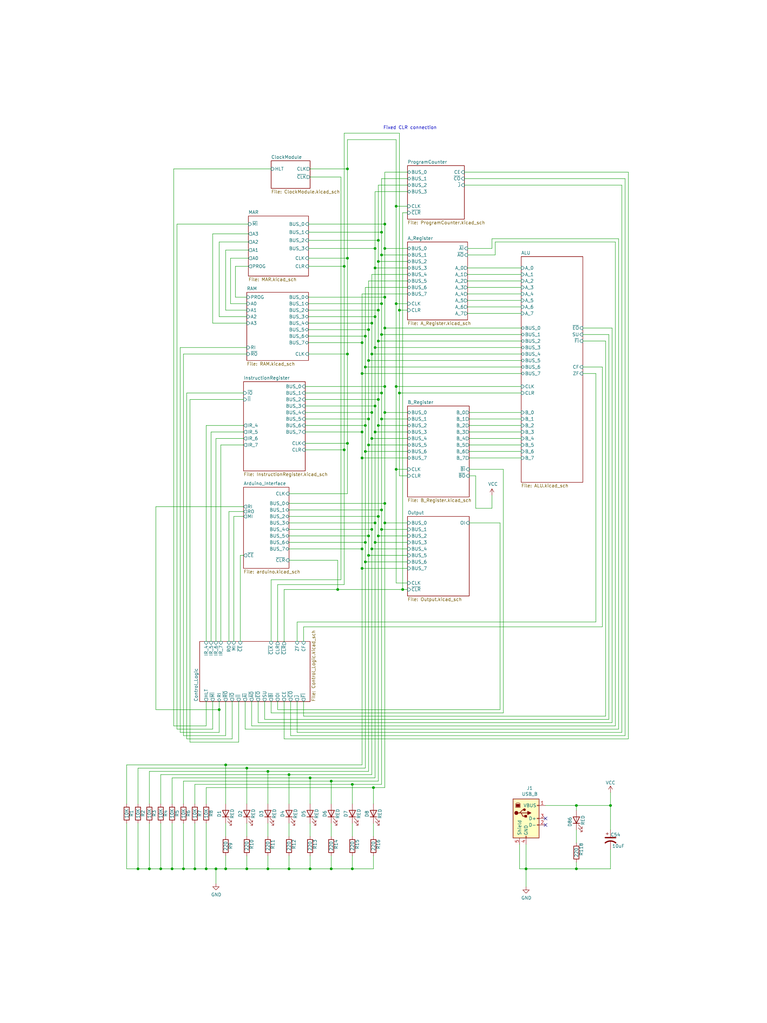
<source format=kicad_sch>
(kicad_sch (version 20230121) (generator eeschema)
  (paper "User" 299.999 399.999)
  (lib_symbols
    (symbol "8 Bit Computer-rescue:CP1-Device" (pin_numbers hide) (pin_names (offset 0.254) hide)
      (property "Reference" "C" (at 0.635 2.54 0))
      (property "Value" "Device_CP1" (at 0.635 -2.54 0))
      (symbol "CP1-Device_0_1"
        (polyline (pts (xy -2.032 0.762) (xy 2.032 0.762)) (stroke (width 0.508)))
        (polyline (pts (xy -1.778 2.286) (xy -0.762 2.286)))
        (polyline (pts (xy -1.27 1.778) (xy -1.27 2.794)))
        (arc (start 2.032 -1.27) (mid 0 -0.5572) (end -2.032 -1.27) (stroke (width 0.508)))
      )
      (symbol "CP1-Device_1_1"
        (pin passive line (at 0 3.81 270) (length 2.794) (name "~") (number "1"))
        (pin passive line (at 0 -3.81 90) (length 3.302) (name "~") (number "2"))
      )
    )
    (symbol "Connector:USB_B" (pin_names (offset 1.016))
      (property "Reference" "J" (at -5.08 11.43 0))
      (property "Value" "USB_B" (at -5.08 8.89 0))
      (symbol "USB_B_0_1"
        (rectangle (start -5.08 -7.62) (end 5.08 7.62) (stroke (width 0.254)) (fill (type background)))
        (circle (center -3.81 2.159) (radius 0.635) (stroke (width 0.254)) (fill (type outline)))
        (rectangle (start -3.81 5.588) (end -2.54 4.572) (fill (type outline)))
        (circle (center -0.635 3.429) (radius 0.381) (stroke (width 0.254)) (fill (type outline)))
        (rectangle (start -0.127 -7.62) (end 0.127 -6.858))
        (polyline (pts (xy -1.905 2.159) (xy 0.635 2.159)) (stroke (width 0.254)))
        (polyline (pts (xy -3.175 2.159) (xy -2.54 2.159) (xy -1.27 3.429) (xy -0.635 3.429)) (stroke (width 0.254)))
        (polyline (pts (xy -2.54 2.159) (xy -1.905 2.159) (xy -1.27 0.889) (xy 0 0.889)) (stroke (width 0.254)))
        (polyline (pts (xy 0.635 2.794) (xy 0.635 1.524) (xy 1.905 2.159) (xy 0.635 2.794)) (stroke (width 0.254)) (fill (type outline)))
        (polyline (pts (xy -4.064 4.318) (xy -2.286 4.318) (xy -2.286 5.715) (xy -2.667 6.096) (xy -3.683 6.096) (xy -4.064 5.715) (xy -4.064 4.318)))
        (rectangle (start 0.254 1.27) (end -0.508 0.508) (stroke (width 0.254)) (fill (type outline)))
        (rectangle (start 5.08 -2.667) (end 4.318 -2.413))
        (rectangle (start 5.08 -0.127) (end 4.318 0.127))
        (rectangle (start 5.08 4.953) (end 4.318 5.207))
      )
      (symbol "USB_B_1_1"
        (pin power_out line (at 7.62 5.08 180) (length 2.54) (name "VBUS") (number "1"))
        (pin bidirectional line (at 7.62 -2.54 180) (length 2.54) (name "D-") (number "2"))
        (pin bidirectional line (at 7.62 0 180) (length 2.54) (name "D+") (number "3"))
        (pin power_out line (at 0 -10.16 90) (length 2.54) (name "GND") (number "4"))
        (pin passive line (at -2.54 -10.16 90) (length 2.54) (name "Shield") (number "5"))
      )
    )
    (symbol "Device:LED" (pin_numbers hide) (pin_names (offset 1.016) hide)
      (property "Reference" "D" (at 0 2.54 0))
      (property "Value" "LED" (at 0 -2.54 0))
      (symbol "LED_0_1"
        (polyline (pts (xy -1.27 -1.27) (xy -1.27 1.27)) (stroke (width 0.254)))
        (polyline (pts (xy -1.27 0) (xy 1.27 0)))
        (polyline (pts (xy 1.27 -1.27) (xy 1.27 1.27) (xy -1.27 0) (xy 1.27 -1.27)) (stroke (width 0.254)))
        (polyline (pts (xy -3.048 -0.762) (xy -4.572 -2.286) (xy -3.81 -2.286) (xy -4.572 -2.286) (xy -4.572 -1.524)))
        (polyline (pts (xy -1.778 -0.762) (xy -3.302 -2.286) (xy -2.54 -2.286) (xy -3.302 -2.286) (xy -3.302 -1.524)))
      )
      (symbol "LED_1_1"
        (pin passive line (at -3.81 0 0) (length 2.54) (name "K") (number "1"))
        (pin passive line (at 3.81 0 180) (length 2.54) (name "A") (number "2"))
      )
    )
    (symbol "Device:R" (pin_numbers hide) (pin_names (offset 0))
      (property "Reference" "R" (at 2.032 0 90))
      (property "Value" "R" (at 0 0 90))
      (symbol "R_0_1"
        (rectangle (start -1.016 -2.54) (end 1.016 2.54) (stroke (width 0.254)))
      )
      (symbol "R_1_1"
        (pin passive line (at 0 3.81 270) (length 1.27) (name "~") (number "1"))
        (pin passive line (at 0 -3.81 90) (length 1.27) (name "~") (number "2"))
      )
    )
    (symbol "power:GND" (power) (pin_names (offset 0))
      (property "Value" "GND" (at 0 -3.81 0))
      (symbol "GND_0_1"
        (polyline (pts (xy 0 0) (xy 0 -1.27) (xy 1.27 -1.27) (xy 0 -2.54) (xy -1.27 -1.27) (xy 0 -1.27)))
      )
      (symbol "GND_1_1"
        (pin power_in line (at 0 0 270) (length 0) hide (name "GND") (number "1"))
      )
    )
    (symbol "power:VCC" (power) (pin_names (offset 0))
      (property "Value" "VCC" (at 0 3.81 0))
      (symbol "VCC_0_1"
        (polyline (pts (xy -0.762 1.27) (xy 0 2.54)))
        (polyline (pts (xy 0 0) (xy 0 2.54)))
        (polyline (pts (xy 0 2.54) (xy 0.762 1.27)))
      )
      (symbol "VCC_1_1"
        (pin power_in line (at 0 0 90) (length 0) hide (name "VCC") (number "1"))
      )
    )
  )
  (junction (at 149.225 199.39))
  (junction (at 134.62 175.895))
  (junction (at 150.495 151.13))
  (junction (at 142.875 176.53))
  (junction (at 146.685 168.91))
  (junction (at 150.495 128.27))
  (junction (at 150.495 97.155))
  (junction (at 147.955 93.98))
  (junction (at 85.725 277.495))
  (junction (at 156.21 153.67))
  (junction (at 149.225 153.67))
  (junction (at 144.145 140.97))
  (junction (at 129.54 339.725))
  (junction (at 104.775 339.725))
  (junction (at 149.225 130.81))
  (junction (at 137.795 306.705))
  (junction (at 145.415 138.43))
  (junction (at 142.875 131.445))
  (junction (at 146.685 204.47))
  (junction (at 80.645 339.725))
  (junction (at 149.225 118.745))
  (junction (at 141.605 214.63))
  (junction (at 134.62 104.14))
  (junction (at 157.48 230.505))
  (junction (at 154.94 151.13))
  (junction (at 142.875 219.71))
  (junction (at 146.685 212.09))
  (junction (at 76.2 339.725))
  (junction (at 84.455 339.725))
  (junction (at 135.89 138.43))
  (junction (at 225.425 339.725))
  (junction (at 149.225 90.805))
  (junction (at 141.605 222.25))
  (junction (at 88.265 339.725))
  (junction (at 58.42 339.725))
  (junction (at 144.145 217.17))
  (junction (at 132.08 230.505))
  (junction (at 113.03 339.725))
  (junction (at 88.265 299.085))
  (junction (at 142.875 166.37))
  (junction (at 141.605 133.985))
  (junction (at 71.755 339.725))
  (junction (at 146.685 135.89))
  (junction (at 150.495 196.85))
  (junction (at 146.685 97.155))
  (junction (at 147.955 166.37))
  (junction (at 150.495 116.205))
  (junction (at 150.495 87.63))
  (junction (at 147.955 133.35))
  (junction (at 104.775 301.625))
  (junction (at 205.74 339.725))
  (junction (at 147.955 156.21))
  (junction (at 146.685 123.825))
  (junction (at 121.285 304.165))
  (junction (at 146.685 104.775))
  (junction (at 129.54 305.435))
  (junction (at 238.76 314.96))
  (junction (at 149.225 99.695))
  (junction (at 147.955 102.235))
  (junction (at 141.605 146.05))
  (junction (at 96.52 339.725))
  (junction (at 113.03 302.895))
  (junction (at 141.605 168.91))
  (junction (at 144.145 209.55))
  (junction (at 146.05 307.975))
  (junction (at 135.89 173.355))
  (junction (at 149.225 207.01))
  (junction (at 147.955 209.55))
  (junction (at 146.685 158.75))
  (junction (at 53.975 339.725))
  (junction (at 150.495 204.47))
  (junction (at 154.94 183.515))
  (junction (at 144.145 173.99))
  (junction (at 145.415 207.01))
  (junction (at 154.94 80.645))
  (junction (at 62.865 339.725))
  (junction (at 154.94 118.745))
  (junction (at 135.89 66.04))
  (junction (at 142.875 143.51))
  (junction (at 135.89 100.965))
  (junction (at 225.425 314.96))
  (junction (at 67.31 339.725))
  (junction (at 150.495 161.29))
  (junction (at 96.52 300.355))
  (junction (at 145.415 171.45))
  (junction (at 145.415 214.63))
  (junction (at 156.21 121.285))
  (junction (at 121.285 339.725))
  (junction (at 142.875 212.09))
  (junction (at 145.415 161.29))
  (junction (at 145.415 126.365))
  (junction (at 141.605 179.07))
  (junction (at 137.795 339.725))
  (junction (at 149.225 163.83))
  (junction (at 144.145 128.905))
  (junction (at 147.955 121.285))
  (junction (at 147.955 201.93))
  (junction (at 144.145 163.83))
  (no_connect (at 213.36 320.04))
  (no_connect (at 213.36 322.58))
  (wire (pts (xy 159.385 83.185) (xy 157.48 83.185)))
  (wire (pts (xy 144.145 301.625) (xy 104.775 301.625)))
  (wire (pts (xy 93.345 290.195) (xy 93.345 274.32)))
  (wire (pts (xy 144.145 109.855) (xy 144.145 128.905)))
  (wire (pts (xy 154.94 183.515) (xy 159.385 183.515)))
  (wire (pts (xy 133.35 69.215) (xy 133.35 226.695)))
  (wire (pts (xy 74.295 156.21) (xy 74.295 290.195)))
  (wire (pts (xy 181.61 72.39) (xy 243.205 72.39)))
  (wire (pts (xy 150.495 97.155) (xy 159.385 97.155)))
  (wire (pts (xy 144.145 128.905) (xy 144.145 140.97)))
  (wire (pts (xy 225.425 337.185) (xy 225.425 339.725)))
  (wire (pts (xy 132.08 230.505) (xy 111.125 230.505)))
  (wire (pts (xy 203.835 161.29) (xy 183.515 161.29)))
  (wire (pts (xy 86.36 173.99) (xy 95.25 173.99)))
  (wire (pts (xy 150.495 116.205) (xy 150.495 128.27)))
  (wire (pts (xy 183.515 163.83) (xy 203.835 163.83)))
  (wire (pts (xy 104.775 301.625) (xy 58.42 301.625)))
  (wire (pts (xy 147.955 121.285) (xy 147.955 133.35)))
  (wire (pts (xy 80.645 283.845) (xy 67.945 283.845)))
  (wire (pts (xy 71.755 339.725) (xy 67.31 339.725)))
  (wire (pts (xy 183.515 183.515) (xy 196.85 183.515)))
  (wire (pts (xy 142.875 112.395) (xy 142.875 131.445)))
  (wire (pts (xy 120.65 128.905) (xy 144.145 128.905)))
  (wire (pts (xy 147.955 121.285) (xy 147.955 102.235)))
  (wire (pts (xy 108.585 250.825) (xy 108.585 228.6)))
  (wire (pts (xy 146.685 135.89) (xy 146.685 158.75)))
  (wire (pts (xy 76.2 339.725) (xy 71.755 339.725)))
  (wire (pts (xy 116.205 243.205) (xy 116.205 250.825)))
  (wire (pts (xy 129.54 305.435) (xy 129.54 314.325)))
  (wire (pts (xy 154.94 227.965) (xy 154.94 183.515)))
  (wire (pts (xy 142.875 166.37) (xy 142.875 176.53)))
  (wire (pts (xy 149.225 90.805) (xy 149.225 99.695)))
  (wire (pts (xy 120.65 90.805) (xy 149.225 90.805)))
  (wire (pts (xy 238.76 314.96) (xy 238.76 324.485)))
  (wire (pts (xy 141.605 146.05) (xy 141.605 168.91)))
  (wire (pts (xy 93.98 217.17) (xy 93.98 250.825)))
  (wire (pts (xy 120.65 131.445) (xy 142.875 131.445)))
  (wire (pts (xy 120.65 126.365) (xy 145.415 126.365)))
  (wire (pts (xy 58.42 301.625) (xy 58.42 314.325)))
  (wire (pts (xy 132.08 219.075) (xy 132.08 230.505)))
  (wire (pts (xy 96.52 334.645) (xy 96.52 339.725)))
  (wire (pts (xy 203.835 133.35) (xy 147.955 133.35)))
  (wire (pts (xy 120.65 87.63) (xy 150.495 87.63)))
  (wire (pts (xy 245.745 288.925) (xy 111.125 288.925)))
  (wire (pts (xy 85.725 94.615) (xy 97.155 94.615)))
  (wire (pts (xy 146.05 339.725) (xy 146.05 334.645)))
  (wire (pts (xy 113.03 214.63) (xy 141.605 214.63)))
  (wire (pts (xy 113.03 196.85) (xy 150.495 196.85)))
  (wire (pts (xy 245.745 67.31) (xy 245.745 288.925)))
  (wire (pts (xy 243.205 72.39) (xy 243.205 286.385)))
  (wire (pts (xy 159.385 109.855) (xy 144.145 109.855)))
  (wire (pts (xy 88.265 339.725) (xy 84.455 339.725)))
  (wire (pts (xy 196.85 278.765) (xy 106.045 278.765)))
  (wire (pts (xy 113.03 207.01) (xy 145.415 207.01)))
  (wire (pts (xy 149.225 199.39) (xy 149.225 207.01)))
  (wire (pts (xy 135.89 100.965) (xy 135.89 138.43)))
  (wire (pts (xy 241.935 285.115) (xy 95.885 285.115)))
  (wire (pts (xy 156.21 121.285) (xy 159.385 121.285)))
  (wire (pts (xy 159.385 74.93) (xy 146.685 74.93)))
  (wire (pts (xy 145.415 107.315) (xy 159.385 107.315)))
  (wire (pts (xy 203.835 173.99) (xy 183.515 173.99)))
  (wire (pts (xy 241.935 93.345) (xy 241.935 285.115)))
  (wire (pts (xy 186.055 198.755) (xy 192.405 198.755)))
  (wire (pts (xy 159.385 217.17) (xy 144.145 217.17)))
  (wire (pts (xy 120.65 93.98) (xy 147.955 93.98)))
  (wire (pts (xy 113.03 314.325) (xy 113.03 302.895)))
  (wire (pts (xy 156.21 52.07) (xy 156.21 121.285)))
  (wire (pts (xy 182.88 107.315) (xy 203.835 107.315)))
  (wire (pts (xy 156.21 121.285) (xy 156.21 153.67)))
  (wire (pts (xy 154.94 118.745) (xy 154.94 151.13)))
  (wire (pts (xy 157.48 83.185) (xy 157.48 230.505)))
  (wire (pts (xy 62.865 302.895) (xy 113.03 302.895)))
  (wire (pts (xy 154.94 80.645) (xy 154.94 54.61)))
  (wire (pts (xy 146.685 104.775) (xy 146.685 123.825)))
  (wire (pts (xy 119.38 168.91) (xy 141.605 168.91)))
  (wire (pts (xy 145.415 207.01) (xy 145.415 171.45)))
  (wire (pts (xy 195.58 277.495) (xy 108.585 277.495)))
  (wire (pts (xy 80.645 166.37) (xy 80.645 250.825)))
  (wire (pts (xy 244.475 287.655) (xy 113.665 287.655)))
  (wire (pts (xy 244.475 69.85) (xy 244.475 287.655)))
  (wire (pts (xy 120.65 123.825) (xy 146.685 123.825)))
  (wire (pts (xy 225.425 314.96) (xy 238.76 314.96)))
  (wire (pts (xy 85.725 286.385) (xy 70.485 286.385)))
  (wire (pts (xy 183.515 176.53) (xy 203.835 176.53)))
  (wire (pts (xy 145.415 171.45) (xy 159.385 171.45)))
  (wire (pts (xy 86.36 173.99) (xy 86.36 250.825)))
  (wire (pts (xy 236.855 133.35) (xy 227.965 133.35)))
  (wire (pts (xy 100.965 282.575) (xy 100.965 274.32)))
  (wire (pts (xy 182.88 112.395) (xy 203.835 112.395)))
  (wire (pts (xy 146.685 74.93) (xy 146.685 97.155)))
  (wire (pts (xy 159.385 186.055) (xy 156.21 186.055)))
  (wire (pts (xy 119.38 166.37) (xy 142.875 166.37)))
  (wire (pts (xy 91.44 201.93) (xy 91.44 250.825)))
  (wire (pts (xy 119.38 153.67) (xy 149.225 153.67)))
  (wire (pts (xy 92.075 104.14) (xy 92.075 116.205)))
  (wire (pts (xy 60.96 277.495) (xy 85.725 277.495)))
  (wire (pts (xy 106.045 278.765) (xy 106.045 274.32)))
  (wire (pts (xy 62.865 314.325) (xy 62.865 302.895)))
  (wire (pts (xy 182.88 117.475) (xy 203.835 117.475)))
  (wire (pts (xy 135.89 138.43) (xy 120.65 138.43)))
  (wire (pts (xy 83.185 126.365) (xy 96.52 126.365)))
  (wire (pts (xy 195.58 204.47) (xy 195.58 277.495)))
  (wire (pts (xy 88.265 121.285) (xy 88.265 97.79)))
  (wire (pts (xy 119.38 158.75) (xy 146.685 158.75)))
  (wire (pts (xy 150.495 161.29) (xy 159.385 161.29)))
  (wire (pts (xy 80.645 307.975) (xy 146.05 307.975)))
  (wire (pts (xy 121.285 69.215) (xy 133.35 69.215)))
  (wire (pts (xy 156.21 52.07) (xy 134.62 52.07)))
  (wire (pts (xy 236.855 280.035) (xy 236.855 133.35)))
  (wire (pts (xy 135.89 173.355) (xy 119.38 173.355)))
  (wire (pts (xy 203.835 135.89) (xy 146.685 135.89)))
  (wire (pts (xy 149.225 163.83) (xy 149.225 199.39)))
  (wire (pts (xy 71.755 314.325) (xy 71.755 305.435)))
  (wire (pts (xy 98.425 283.845) (xy 98.425 274.32)))
  (wire (pts (xy 203.835 179.07) (xy 183.515 179.07)))
  (wire (pts (xy 146.685 212.09) (xy 146.685 304.165)))
  (wire (pts (xy 203.835 166.37) (xy 183.515 166.37)))
  (wire (pts (xy 119.38 161.29) (xy 145.415 161.29)))
  (wire (pts (xy 121.285 304.165) (xy 67.31 304.165)))
  (wire (pts (xy 239.395 128.27) (xy 239.395 282.575)))
  (wire (pts (xy 67.31 304.165) (xy 67.31 314.325)))
  (wire (pts (xy 240.665 94.615) (xy 240.665 283.845)))
  (wire (pts (xy 149.225 153.67) (xy 149.225 163.83)))
  (wire (pts (xy 147.955 72.39) (xy 159.385 72.39)))
  (wire (pts (xy 83.185 274.32) (xy 83.185 285.115)))
  (wire (pts (xy 88.265 287.655) (xy 71.755 287.655)))
  (wire (pts (xy 186.055 186.055) (xy 186.055 198.755)))
  (wire (pts (xy 159.385 173.99) (xy 144.145 173.99)))
  (wire (pts (xy 97.155 91.44) (xy 83.185 91.44)))
  (wire (pts (xy 53.975 339.725) (xy 49.53 339.725)))
  (wire (pts (xy 154.94 80.645) (xy 159.385 80.645)))
  (wire (pts (xy 69.215 87.63) (xy 97.155 87.63)))
  (wire (pts (xy 203.835 143.51) (xy 142.875 143.51)))
  (wire (pts (xy 121.285 321.945) (xy 121.285 327.025)))
  (wire (pts (xy 183.515 204.47) (xy 195.58 204.47)))
  (wire (pts (xy 135.89 66.04) (xy 135.89 100.965)))
  (wire (pts (xy 147.955 209.55) (xy 159.385 209.55)))
  (wire (pts (xy 150.495 161.29) (xy 150.495 151.13)))
  (wire (pts (xy 233.045 243.205) (xy 116.205 243.205)))
  (wire (pts (xy 67.31 321.945) (xy 67.31 339.725)))
  (wire (pts (xy 62.865 339.725) (xy 58.42 339.725)))
  (wire (pts (xy 159.385 179.07) (xy 141.605 179.07)))
  (wire (pts (xy 129.54 339.725) (xy 137.795 339.725)))
  (wire (pts (xy 67.945 283.845) (xy 67.945 66.04)))
  (wire (pts (xy 203.835 109.855) (xy 182.88 109.855)))
  (wire (pts (xy 60.96 198.12) (xy 60.96 277.495)))
  (wire (pts (xy 196.85 183.515) (xy 196.85 278.765)))
  (wire (pts (xy 120.65 97.155) (xy 146.685 97.155)))
  (wire (pts (xy 96.52 118.745) (xy 90.17 118.745)))
  (wire (pts (xy 90.805 288.925) (xy 73.025 288.925)))
  (wire (pts (xy 205.74 346.71) (xy 205.74 339.725)))
  (wire (pts (xy 96.52 300.355) (xy 142.875 300.355)))
  (wire (pts (xy 129.54 305.435) (xy 147.955 305.435)))
  (wire (pts (xy 53.975 321.945) (xy 53.975 339.725)))
  (wire (pts (xy 240.665 283.845) (xy 98.425 283.845)))
  (wire (pts (xy 96.52 123.825) (xy 85.725 123.825)))
  (wire (pts (xy 83.185 285.115) (xy 69.215 285.115)))
  (wire (pts (xy 142.875 212.09) (xy 142.875 176.53)))
  (wire (pts (xy 142.875 143.51) (xy 142.875 166.37)))
  (wire (pts (xy 89.535 200.025) (xy 89.535 250.825)))
  (wire (pts (xy 154.94 151.13) (xy 154.94 183.515)))
  (wire (pts (xy 233.045 146.05) (xy 233.045 243.205)))
  (wire (pts (xy 88.265 334.645) (xy 88.265 339.725)))
  (wire (pts (xy 118.745 250.825) (xy 118.745 245.11)))
  (wire (pts (xy 193.675 99.695) (xy 193.675 94.615)))
  (wire (pts (xy 95.25 171.45) (xy 84.455 171.45)))
  (wire (pts (xy 150.495 87.63) (xy 150.495 67.31)))
  (wire (pts (xy 203.835 146.05) (xy 141.605 146.05)))
  (wire (pts (xy 71.755 287.655) (xy 71.755 138.43)))
  (wire (pts (xy 141.605 222.25) (xy 141.605 299.085)))
  (wire (pts (xy 71.755 138.43) (xy 96.52 138.43)))
  (wire (pts (xy 149.225 130.81) (xy 149.225 153.67)))
  (wire (pts (xy 150.495 196.85) (xy 150.495 161.29)))
  (wire (pts (xy 111.125 288.925) (xy 111.125 274.32)))
  (wire (pts (xy 88.265 299.085) (xy 49.53 299.085)))
  (wire (pts (xy 113.03 209.55) (xy 144.145 209.55)))
  (wire (pts (xy 142.875 176.53) (xy 159.385 176.53)))
  (wire (pts (xy 213.36 314.96) (xy 225.425 314.96)))
  (wire (pts (xy 103.505 281.305) (xy 103.505 274.32)))
  (wire (pts (xy 71.755 305.435) (xy 129.54 305.435)))
  (wire (pts (xy 141.605 114.935) (xy 159.385 114.935)))
  (wire (pts (xy 150.495 204.47) (xy 150.495 196.85)))
  (wire (pts (xy 88.265 339.725) (xy 96.52 339.725)))
  (wire (pts (xy 141.605 168.91) (xy 141.605 179.07)))
  (wire (pts (xy 145.415 161.29) (xy 145.415 138.43)))
  (wire (pts (xy 76.2 306.705) (xy 76.2 314.325)))
  (wire (pts (xy 82.55 168.91) (xy 95.25 168.91)))
  (wire (pts (xy 67.31 339.725) (xy 62.865 339.725)))
  (wire (pts (xy 83.185 91.44) (xy 83.185 126.365)))
  (wire (pts (xy 146.05 307.975) (xy 146.05 314.325)))
  (wire (pts (xy 192.405 198.755) (xy 192.405 193.675)))
  (wire (pts (xy 156.21 186.055) (xy 156.21 153.67)))
  (wire (pts (xy 159.385 212.09) (xy 146.685 212.09)))
  (wire (pts (xy 144.145 140.97) (xy 144.145 163.83)))
  (wire (pts (xy 137.795 334.645) (xy 137.795 339.725)))
  (wire (pts (xy 113.03 339.725) (xy 121.285 339.725)))
  (wire (pts (xy 53.975 300.355) (xy 96.52 300.355)))
  (wire (pts (xy 95.25 201.93) (xy 91.44 201.93)))
  (wire (pts (xy 159.385 163.83) (xy 149.225 163.83)))
  (wire (pts (xy 134.62 52.07) (xy 134.62 104.14)))
  (wire (pts (xy 147.955 102.235) (xy 159.385 102.235)))
  (wire (pts (xy 49.53 299.085) (xy 49.53 314.325)))
  (wire (pts (xy 225.425 324.485) (xy 225.425 329.565)))
  (wire (pts (xy 67.945 66.04) (xy 106.045 66.04)))
  (wire (pts (xy 120.65 118.745) (xy 149.225 118.745)))
  (wire (pts (xy 95.25 217.17) (xy 93.98 217.17)))
  (wire (pts (xy 121.285 304.165) (xy 121.285 314.325)))
  (wire (pts (xy 95.25 166.37) (xy 80.645 166.37)))
  (wire (pts (xy 142.875 219.71) (xy 142.875 300.355)))
  (wire (pts (xy 88.265 321.945) (xy 88.265 327.025)))
  (wire (pts (xy 120.65 133.985) (xy 141.605 133.985)))
  (wire (pts (xy 150.495 116.205) (xy 150.495 97.155)))
  (wire (pts (xy 120.65 100.965) (xy 135.89 100.965)))
  (wire (pts (xy 146.685 168.91) (xy 146.685 204.47)))
  (wire (pts (xy 150.495 67.31) (xy 159.385 67.31)))
  (wire (pts (xy 133.35 226.695) (xy 106.045 226.695)))
  (wire (pts (xy 85.725 123.825) (xy 85.725 94.615)))
  (wire (pts (xy 238.76 339.725) (xy 238.76 332.105)))
  (wire (pts (xy 243.205 286.385) (xy 116.205 286.385)))
  (wire (pts (xy 192.405 93.345) (xy 241.935 93.345)))
  (wire (pts (xy 144.145 209.55) (xy 144.145 217.17)))
  (wire (pts (xy 80.645 274.32) (xy 80.645 283.845)))
  (wire (pts (xy 227.965 130.81) (xy 238.125 130.81)))
  (wire (pts (xy 203.835 130.81) (xy 149.225 130.81)))
  (wire (pts (xy 159.385 168.91) (xy 146.685 168.91)))
  (wire (pts (xy 58.42 339.725) (xy 53.975 339.725)))
  (wire (pts (xy 85.725 277.495) (xy 85.725 286.385)))
  (wire (pts (xy 145.415 207.01) (xy 145.415 214.63)))
  (wire (pts (xy 134.62 175.895) (xy 134.62 104.14)))
  (wire (pts (xy 182.88 97.155) (xy 192.405 97.155)))
  (wire (pts (xy 141.605 114.935) (xy 141.605 133.985)))
  (wire (pts (xy 235.585 143.51) (xy 227.965 143.51)))
  (wire (pts (xy 149.225 69.85) (xy 149.225 90.805)))
  (wire (pts (xy 142.875 131.445) (xy 142.875 143.51)))
  (wire (pts (xy 108.585 277.495) (xy 108.585 274.32)))
  (wire (pts (xy 225.425 314.96) (xy 225.425 316.865)))
  (wire (pts (xy 73.025 288.925) (xy 73.025 153.67)))
  (wire (pts (xy 203.835 114.935) (xy 182.88 114.935)))
  (wire (pts (xy 147.955 201.93) (xy 147.955 166.37)))
  (wire (pts (xy 96.52 339.725) (xy 104.775 339.725)))
  (wire (pts (xy 141.605 133.985) (xy 141.605 146.05)))
  (wire (pts (xy 144.145 163.83) (xy 144.145 173.99)))
  (wire (pts (xy 118.745 280.035) (xy 236.855 280.035)))
  (wire (pts (xy 159.385 207.01) (xy 149.225 207.01)))
  (wire (pts (xy 116.205 286.385) (xy 116.205 274.32)))
  (wire (pts (xy 159.385 227.965) (xy 154.94 227.965)))
  (wire (pts (xy 141.605 299.085) (xy 88.265 299.085)))
  (wire (pts (xy 121.285 339.725) (xy 129.54 339.725)))
  (wire (pts (xy 104.775 301.625) (xy 104.775 314.325)))
  (wire (pts (xy 80.645 314.325) (xy 80.645 307.975)))
  (wire (pts (xy 159.385 104.775) (xy 146.685 104.775)))
  (wire (pts (xy 90.17 118.745) (xy 90.17 100.965)))
  (wire (pts (xy 62.865 321.945) (xy 62.865 339.725)))
  (wire (pts (xy 137.795 306.705) (xy 137.795 314.325)))
  (wire (pts (xy 203.835 120.015) (xy 182.88 120.015)))
  (wire (pts (xy 108.585 228.6) (xy 134.62 228.6)))
  (wire (pts (xy 104.775 334.645) (xy 104.775 339.725)))
  (wire (pts (xy 70.485 286.385) (xy 70.485 135.89)))
  (wire (pts (xy 106.045 226.695) (xy 106.045 250.825)))
  (wire (pts (xy 203.835 140.97) (xy 144.145 140.97)))
  (wire (pts (xy 137.795 306.705) (xy 76.2 306.705)))
  (wire (pts (xy 119.38 175.895) (xy 134.62 175.895)))
  (wire (pts (xy 84.455 339.725) (xy 84.455 345.44)))
  (wire (pts (xy 193.675 94.615) (xy 240.665 94.615)))
  (wire (pts (xy 145.415 138.43) (xy 145.415 126.365)))
  (wire (pts (xy 159.385 204.47) (xy 150.495 204.47)))
  (wire (pts (xy 183.515 168.91) (xy 203.835 168.91)))
  (wire (pts (xy 120.65 116.205) (xy 150.495 116.205)))
  (wire (pts (xy 88.265 299.085) (xy 88.265 314.325)))
  (wire (pts (xy 146.685 158.75) (xy 146.685 168.91)))
  (wire (pts (xy 111.125 230.505) (xy 111.125 250.825)))
  (wire (pts (xy 238.125 130.81) (xy 238.125 281.305)))
  (wire (pts (xy 144.145 173.99) (xy 144.145 209.55)))
  (wire (pts (xy 227.965 128.27) (xy 239.395 128.27)))
  (wire (pts (xy 154.94 54.61) (xy 135.89 54.61)))
  (wire (pts (xy 121.285 334.645) (xy 121.285 339.725)))
  (wire (pts (xy 205.74 339.725) (xy 225.425 339.725)))
  (wire (pts (xy 135.89 193.04) (xy 135.89 173.355)))
  (wire (pts (xy 182.88 122.555) (xy 203.835 122.555)))
  (wire (pts (xy 113.03 193.04) (xy 135.89 193.04)))
  (wire (pts (xy 181.61 69.85) (xy 244.475 69.85)))
  (wire (pts (xy 149.225 99.695) (xy 149.225 118.745)))
  (wire (pts (xy 90.805 274.32) (xy 90.805 288.925)))
  (wire (pts (xy 113.665 287.655) (xy 113.665 274.32)))
  (wire (pts (xy 80.645 321.945) (xy 80.645 339.725)))
  (wire (pts (xy 157.48 230.505) (xy 132.08 230.505)))
  (wire (pts (xy 238.76 314.96) (xy 238.76 309.88)))
  (wire (pts (xy 227.965 146.05) (xy 233.045 146.05)))
  (wire (pts (xy 71.755 321.945) (xy 71.755 339.725)))
  (wire (pts (xy 85.725 274.32) (xy 85.725 277.495)))
  (wire (pts (xy 113.03 302.895) (xy 145.415 302.895)))
  (wire (pts (xy 74.295 290.195) (xy 93.345 290.195)))
  (wire (pts (xy 146.05 321.945) (xy 146.05 327.025)))
  (wire (pts (xy 142.875 219.71) (xy 159.385 219.71)))
  (wire (pts (xy 203.2 339.725) (xy 205.74 339.725)))
  (wire (pts (xy 92.075 116.205) (xy 96.52 116.205)))
  (wire (pts (xy 159.385 112.395) (xy 142.875 112.395)))
  (wire (pts (xy 84.455 339.725) (xy 80.645 339.725)))
  (wire (pts (xy 49.53 339.725) (xy 49.53 321.945)))
  (wire (pts (xy 134.62 228.6) (xy 134.62 175.895)))
  (wire (pts (xy 145.415 126.365) (xy 145.415 107.315)))
  (wire (pts (xy 113.03 199.39) (xy 149.225 199.39)))
  (wire (pts (xy 135.89 54.61) (xy 135.89 66.04)))
  (wire (pts (xy 147.955 93.98) (xy 147.955 72.39)))
  (wire (pts (xy 159.385 118.745) (xy 154.94 118.745)))
  (wire (pts (xy 159.385 222.25) (xy 141.605 222.25)))
  (wire (pts (xy 149.225 118.745) (xy 149.225 130.81)))
  (wire (pts (xy 147.955 102.235) (xy 147.955 93.98)))
  (wire (pts (xy 80.645 339.725) (xy 76.2 339.725)))
  (wire (pts (xy 183.515 171.45) (xy 203.835 171.45)))
  (wire (pts (xy 150.495 97.155) (xy 150.495 87.63)))
  (wire (pts (xy 104.775 339.725) (xy 113.03 339.725)))
  (wire (pts (xy 203.835 138.43) (xy 145.415 138.43)))
  (wire (pts (xy 96.52 321.945) (xy 96.52 327.025)))
  (wire (pts (xy 150.495 128.27) (xy 150.495 151.13)))
  (wire (pts (xy 145.415 214.63) (xy 145.415 302.895)))
  (wire (pts (xy 142.875 219.71) (xy 142.875 212.09)))
  (wire (pts (xy 147.955 133.35) (xy 147.955 156.21)))
  (wire (pts (xy 73.025 153.67) (xy 95.25 153.67)))
  (wire (pts (xy 203.835 128.27) (xy 150.495 128.27)))
  (wire (pts (xy 53.975 314.325) (xy 53.975 300.355)))
  (wire (pts (xy 235.585 245.11) (xy 235.585 143.51)))
  (wire (pts (xy 119.38 151.13) (xy 150.495 151.13)))
  (wire (pts (xy 113.03 212.09) (xy 142.875 212.09)))
  (wire (pts (xy 150.495 204.47) (xy 150.495 307.975)))
  (wire (pts (xy 225.425 339.725) (xy 238.76 339.725)))
  (wire (pts (xy 95.885 285.115) (xy 95.885 274.32)))
  (wire (pts (xy 141.605 179.07) (xy 141.605 214.63)))
  (wire (pts (xy 203.835 151.13) (xy 154.94 151.13)))
  (wire (pts (xy 119.38 163.83) (xy 144.145 163.83)))
  (wire (pts (xy 113.03 204.47) (xy 146.685 204.47)))
  (wire (pts (xy 147.955 209.55) (xy 147.955 201.93)))
  (wire (pts (xy 147.955 166.37) (xy 159.385 166.37)))
  (wire (pts (xy 146.685 97.155) (xy 146.685 104.775)))
  (wire (pts (xy 88.265 97.79) (xy 97.155 97.79)))
  (wire (pts (xy 238.125 281.305) (xy 103.505 281.305)))
  (wire (pts (xy 58.42 321.945) (xy 58.42 339.725)))
  (wire (pts (xy 147.955 209.55) (xy 147.955 305.435)))
  (wire (pts (xy 84.455 171.45) (xy 84.455 250.825)))
  (wire (pts (xy 182.88 99.695) (xy 193.675 99.695)))
  (wire (pts (xy 90.17 100.965) (xy 97.155 100.965)))
  (wire (pts (xy 76.2 321.945) (xy 76.2 339.725)))
  (wire (pts (xy 113.03 201.93) (xy 147.955 201.93)))
  (wire (pts (xy 113.03 334.645) (xy 113.03 339.725)))
  (wire (pts (xy 137.795 321.945) (xy 137.795 327.025)))
  (wire (pts (xy 183.515 186.055) (xy 186.055 186.055)))
  (wire (pts (xy 129.54 334.645) (xy 129.54 339.725)))
  (wire (pts (xy 113.03 321.945) (xy 113.03 327.025)))
  (wire (pts (xy 159.385 69.85) (xy 149.225 69.85)))
  (wire (pts (xy 95.25 198.12) (xy 60.96 198.12)))
  (wire (pts (xy 137.795 339.725) (xy 146.05 339.725)))
  (wire (pts (xy 134.62 104.14) (xy 120.65 104.14)))
  (wire (pts (xy 205.74 330.2) (xy 205.74 339.725)))
  (wire (pts (xy 95.25 200.025) (xy 89.535 200.025)))
  (wire (pts (xy 147.955 166.37) (xy 147.955 156.21)))
  (wire (pts (xy 150.495 307.975) (xy 146.05 307.975)))
  (wire (pts (xy 159.385 230.505) (xy 157.48 230.505)))
  (wire (pts (xy 146.685 304.165) (xy 121.285 304.165)))
  (wire (pts (xy 120.65 121.285) (xy 147.955 121.285)))
  (wire (pts (xy 135.89 138.43) (xy 135.89 173.355)))
  (wire (pts (xy 192.405 97.155) (xy 192.405 93.345)))
  (wire (pts (xy 118.745 245.11) (xy 235.585 245.11)))
  (wire (pts (xy 97.155 104.14) (xy 92.075 104.14)))
  (wire (pts (xy 88.265 274.32) (xy 88.265 287.655)))
  (wire (pts (xy 104.775 321.945) (xy 104.775 327.025)))
  (wire (pts (xy 95.25 156.21) (xy 74.295 156.21)))
  (wire (pts (xy 159.385 99.695) (xy 149.225 99.695)))
  (wire (pts (xy 149.225 306.705) (xy 137.795 306.705)))
  (wire (pts (xy 141.605 214.63) (xy 141.605 222.25)))
  (wire (pts (xy 146.685 204.47) (xy 146.685 212.09)))
  (wire (pts (xy 118.745 274.32) (xy 118.745 280.035)))
  (wire (pts (xy 69.215 285.115) (xy 69.215 87.63)))
  (wire (pts (xy 82.55 168.91) (xy 82.55 250.825)))
  (wire (pts (xy 119.38 156.21) (xy 147.955 156.21)))
  (wire (pts (xy 203.835 153.67) (xy 156.21 153.67)))
  (wire (pts (xy 96.52 314.325) (xy 96.52 300.355)))
  (wire (pts (xy 149.225 207.01) (xy 149.225 306.705)))
  (wire (pts (xy 113.03 219.075) (xy 132.08 219.075)))
  (wire (pts (xy 70.485 135.89) (xy 96.52 135.89)))
  (wire (pts (xy 203.2 330.2) (xy 203.2 339.725)))
  (wire (pts (xy 144.145 217.17) (xy 144.145 301.625)))
  (wire (pts (xy 121.285 66.04) (xy 135.89 66.04)))
  (wire (pts (xy 146.685 123.825) (xy 146.685 135.89)))
  (wire (pts (xy 145.415 171.45) (xy 145.415 161.29)))
  (wire (pts (xy 96.52 121.285) (xy 88.265 121.285)))
  (wire (pts (xy 129.54 321.945) (xy 129.54 327.025)))
  (wire (pts (xy 154.94 118.745) (xy 154.94 80.645)))
  (wire (pts (xy 181.61 67.31) (xy 245.745 67.31)))
  (wire (pts (xy 239.395 282.575) (xy 100.965 282.575)))
  (wire (pts (xy 145.415 214.63) (xy 159.385 214.63)))
  (wire (pts (xy 203.835 104.775) (xy 182.88 104.775)))
  (text "Fixed CLR connection " (at 149.86 50.8 0) (effects (font (size 1.27 1.27)) (justify left bottom)))
  (symbol (lib_id "Connector:USB_B") (at 205.74 320.04 0) (unit 1)
    (property "Reference" "J1" (at 207.1878 308.1782 0))
    (property "Value" "USB_B" (at 207.1878 310.4896 0))
    (property "Footprint" "Connector_USB:USB_B_OST_USB-B1HSxx_Horizontal" (effects hide))
    (property "Datasheet" " ~" (effects hide))
  )
  (symbol (lib_id "8 Bit Computer-rescue:CP1-Device") (at 238.76 328.295 0) (unit 1)
    (property "Reference" "C54" (at 238.76 326.39 0) (effects (justify left)))
    (property "Value" "10uF" (at 239.395 330.835 0) (effects (justify left)))
    (property "Footprint" "Capacitor_THT:CP_Radial_D5.0mm_P2.00mm" (effects hide))
  )
  (symbol (lib_id "power:VCC") (at 238.76 309.88 0) (unit 1)
    (property "Reference" "#PWR013" (effects hide))
    (property "Value" "VCC" (at 238.76 306.07 0))
  )
  (symbol (lib_id "power:GND") (at 205.74 346.71 0) (unit 1)
    (property "Reference" "#PWR0327" (effects hide))
    (property "Value" "GND" (at 205.867 351.1042 0))
  )
  (symbol (lib_id "Device:LED") (at 104.775 318.135 90) (unit 1)
    (property "Reference" "D3" (at 102.235 316.865 0) (effects (justify right)))
    (property "Value" "RED" (at 107.315 316.23 0) (effects (justify right)))
    (property "Footprint" "LED_THT:LED_D5.0mm" (effects hide))
  )
  (symbol (lib_id "Device:LED") (at 121.285 318.135 90) (unit 1)
    (property "Reference" "D5" (at 118.745 316.865 0) (effects (justify right)))
    (property "Value" "RED" (at 123.825 316.23 0) (effects (justify right)))
    (property "Footprint" "LED_THT:LED_D5.0mm" (effects hide))
  )
  (symbol (lib_id "Device:LED") (at 129.54 318.135 90) (unit 1)
    (property "Reference" "D6" (at 127 316.865 0) (effects (justify right)))
    (property "Value" "RED" (at 132.08 316.23 0) (effects (justify right)))
    (property "Footprint" "LED_THT:LED_D5.0mm" (effects hide))
  )
  (symbol (lib_id "Device:LED") (at 137.795 318.135 90) (unit 1)
    (property "Reference" "D7" (at 135.255 316.865 0) (effects (justify right)))
    (property "Value" "RED" (at 140.335 316.23 0) (effects (justify right)))
    (property "Footprint" "LED_THT:LED_D5.0mm" (effects hide))
  )
  (symbol (lib_id "Device:LED") (at 146.05 318.135 90) (unit 1)
    (property "Reference" "D8" (at 143.51 316.865 0) (effects (justify right)))
    (property "Value" "RED" (at 148.59 316.23 0) (effects (justify right)))
    (property "Footprint" "LED_THT:LED_D5.0mm" (effects hide))
  )
  (symbol (lib_id "Device:LED") (at 96.52 318.135 90) (unit 1)
    (property "Reference" "D2" (at 93.98 316.865 0) (effects (justify right)))
    (property "Value" "RED" (at 99.06 316.23 0) (effects (justify right)))
    (property "Footprint" "LED_THT:LED_D5.0mm" (effects hide))
  )
  (symbol (lib_id "Device:LED") (at 88.265 318.135 90) (unit 1)
    (property "Reference" "D1" (at 85.725 316.865 0) (effects (justify right)))
    (property "Value" "RED" (at 90.805 316.23 0) (effects (justify right)))
    (property "Footprint" "LED_THT:LED_D5.0mm" (effects hide))
  )
  (symbol (lib_id "Device:LED") (at 113.03 318.135 90) (unit 1)
    (property "Reference" "D4" (at 110.49 316.865 0) (effects (justify right)))
    (property "Value" "RED" (at 115.57 316.23 0) (effects (justify right)))
    (property "Footprint" "LED_THT:LED_D5.0mm" (effects hide))
  )
  (symbol (lib_id "Device:R") (at 88.265 330.835 0) (unit 1)
    (property "Reference" "R9" (at 90.17 332.105 90) (effects (justify left)))
    (property "Value" "220" (at 88.265 332.74 90) (effects (justify left)))
    (property "Footprint" "Resistor_THT:R_Axial_DIN0207_L6.3mm_D2.5mm_P7.62mm_Horizontal" (effects hide))
  )
  (symbol (lib_id "Device:R") (at 96.52 330.835 0) (unit 1)
    (property "Reference" "R10" (at 98.425 332.105 90) (effects (justify left)))
    (property "Value" "220" (at 96.52 332.74 90) (effects (justify left)))
    (property "Footprint" "Resistor_THT:R_Axial_DIN0207_L6.3mm_D2.5mm_P7.62mm_Horizontal" (effects hide))
  )
  (symbol (lib_id "Device:R") (at 104.775 330.835 0) (unit 1)
    (property "Reference" "R11" (at 106.68 332.105 90) (effects (justify left)))
    (property "Value" "220" (at 104.775 332.74 90) (effects (justify left)))
    (property "Footprint" "Resistor_THT:R_Axial_DIN0207_L6.3mm_D2.5mm_P7.62mm_Horizontal" (effects hide))
  )
  (symbol (lib_id "Device:R") (at 113.03 330.835 0) (unit 1)
    (property "Reference" "R12" (at 114.935 332.105 90) (effects (justify left)))
    (property "Value" "220" (at 113.03 332.74 90) (effects (justify left)))
    (property "Footprint" "Resistor_THT:R_Axial_DIN0207_L6.3mm_D2.5mm_P7.62mm_Horizontal" (effects hide))
  )
  (symbol (lib_id "Device:R") (at 121.285 330.835 0) (unit 1)
    (property "Reference" "R13" (at 123.19 332.105 90) (effects (justify left)))
    (property "Value" "220" (at 121.285 332.74 90) (effects (justify left)))
    (property "Footprint" "Resistor_THT:R_Axial_DIN0207_L6.3mm_D2.5mm_P7.62mm_Horizontal" (effects hide))
  )
  (symbol (lib_id "Device:R") (at 129.54 330.835 0) (unit 1)
    (property "Reference" "R14" (at 131.445 332.105 90) (effects (justify left)))
    (property "Value" "220" (at 129.54 332.74 90) (effects (justify left)))
    (property "Footprint" "Resistor_THT:R_Axial_DIN0207_L6.3mm_D2.5mm_P7.62mm_Horizontal" (effects hide))
  )
  (symbol (lib_id "Device:R") (at 137.795 330.835 0) (unit 1)
    (property "Reference" "R15" (at 139.7 332.105 90) (effects (justify left)))
    (property "Value" "220" (at 137.795 332.74 90) (effects (justify left)))
    (property "Footprint" "Resistor_THT:R_Axial_DIN0207_L6.3mm_D2.5mm_P7.62mm_Horizontal" (effects hide))
  )
  (symbol (lib_id "Device:R") (at 146.05 330.835 0) (unit 1)
    (property "Reference" "R16" (at 147.955 332.105 90) (effects (justify left)))
    (property "Value" "220" (at 146.05 332.74 90) (effects (justify left)))
    (property "Footprint" "Resistor_THT:R_Axial_DIN0207_L6.3mm_D2.5mm_P7.62mm_Horizontal" (effects hide))
  )
  (symbol (lib_id "power:GND") (at 84.455 345.44 0) (unit 1)
    (property "Reference" "#PWR0101" (effects hide))
    (property "Value" "GND" (at 84.582 349.8342 0))
  )
  (symbol (lib_id "power:VCC") (at 192.405 193.675 0) (unit 1)
    (property "Reference" "#PWR0102" (effects hide))
    (property "Value" "VCC" (at 192.786 189.2808 0))
  )
  (symbol (lib_id "Device:R") (at 49.53 318.135 0) (unit 1)
    (property "Reference" "R1" (at 51.435 319.405 90) (effects (justify left)))
    (property "Value" "10K" (at 49.53 320.04 90) (effects (justify left)))
    (property "Footprint" "Resistor_THT:R_Axial_DIN0207_L6.3mm_D2.5mm_P7.62mm_Horizontal" (effects hide))
  )
  (symbol (lib_id "Device:R") (at 53.975 318.135 0) (unit 1)
    (property "Reference" "R2" (at 55.88 319.405 90) (effects (justify left)))
    (property "Value" "10K" (at 53.975 320.04 90) (effects (justify left)))
    (property "Footprint" "Resistor_THT:R_Axial_DIN0207_L6.3mm_D2.5mm_P7.62mm_Horizontal" (effects hide))
  )
  (symbol (lib_id "Device:R") (at 58.42 318.135 0) (unit 1)
    (property "Reference" "R3" (at 60.325 319.405 90) (effects (justify left)))
    (property "Value" "10K" (at 58.42 320.04 90) (effects (justify left)))
    (property "Footprint" "Resistor_THT:R_Axial_DIN0207_L6.3mm_D2.5mm_P7.62mm_Horizontal" (effects hide))
  )
  (symbol (lib_id "Device:R") (at 62.865 318.135 0) (unit 1)
    (property "Reference" "R4" (at 64.77 319.405 90) (effects (justify left)))
    (property "Value" "10K" (at 62.865 320.04 90) (effects (justify left)))
    (property "Footprint" "Resistor_THT:R_Axial_DIN0207_L6.3mm_D2.5mm_P7.62mm_Horizontal" (effects hide))
  )
  (symbol (lib_id "Device:R") (at 67.31 318.135 0) (unit 1)
    (property "Reference" "R5" (at 69.215 319.405 90) (effects (justify left)))
    (property "Value" "10K" (at 67.31 320.04 90) (effects (justify left)))
    (property "Footprint" "Resistor_THT:R_Axial_DIN0207_L6.3mm_D2.5mm_P7.62mm_Horizontal" (effects hide))
  )
  (symbol (lib_id "Device:R") (at 71.755 318.135 0) (unit 1)
    (property "Reference" "R6" (at 73.66 319.405 90) (effects (justify left)))
    (property "Value" "10K" (at 71.755 320.04 90) (effects (justify left)))
    (property "Footprint" "Resistor_THT:R_Axial_DIN0207_L6.3mm_D2.5mm_P7.62mm_Horizontal" (effects hide))
  )
  (symbol (lib_id "Device:R") (at 80.645 318.135 0) (unit 1)
    (property "Reference" "R8" (at 82.55 319.405 90) (effects (justify left)))
    (property "Value" "10K" (at 80.645 320.04 90) (effects (justify left)))
    (property "Footprint" "Resistor_THT:R_Axial_DIN0207_L6.3mm_D2.5mm_P7.62mm_Horizontal" (effects hide))
  )
  (symbol (lib_id "Device:R") (at 76.2 318.135 0) (unit 1)
    (property "Reference" "R7" (at 78.105 319.405 90) (effects (justify left)))
    (property "Value" "10K" (at 76.2 320.04 90) (effects (justify left)))
    (property "Footprint" "Resistor_THT:R_Axial_DIN0207_L6.3mm_D2.5mm_P7.62mm_Horizontal" (effects hide))
  )
  (symbol (lib_id "Device:LED") (at 225.425 320.675 90) (unit 1)
    (property "Reference" "D86" (at 222.885 319.405 0) (effects (justify right)))
    (property "Value" "RED" (at 227.965 318.77 0) (effects (justify right)))
    (property "Footprint" "LED_THT:LED_D5.0mm" (effects hide))
  )
  (symbol (lib_id "Device:R") (at 225.425 333.375 0) (unit 1)
    (property "Reference" "R118" (at 227.33 334.645 90) (effects (justify left)))
    (property "Value" "220" (at 225.425 335.28 90) (effects (justify left)))
    (property "Footprint" "Resistor_THT:R_Axial_DIN0207_L6.3mm_D2.5mm_P7.62mm_Horizontal" (effects hide))
  )
  (sheet (at 159.385 64.77) (size 22.225 20.955)
    (property "Sheetname" "ProgramCounter" (at 159.385 64.0584 0) (effects (justify left bottom)))
    (property "Sheetfile" "ProgramCounter.kicad_sch" (at 159.385 86.3096 0) (effects (justify left top)))
    (pin "BUS_0" bidirectional (at 159.385 67.31 180))
    (pin "BUS_1" bidirectional (at 159.385 69.85 180))
    (pin "BUS_2" bidirectional (at 159.385 72.39 180))
    (pin "BUS_3" bidirectional (at 159.385 74.93 180))
    (pin "~{J}" input (at 181.61 72.39 0))
    (pin "CE" input (at 181.61 67.31 0))
    (pin "~{CLR}" input (at 159.385 83.185 180))
    (pin "CLK" input (at 159.385 80.645 180))
    (pin "~{CO}" input (at 181.61 69.85 0))
  )
  (sheet (at 159.385 94.615) (size 23.495 30.48)
    (property "Sheetname" "A_Register" (at 159.385 93.9034 0) (effects (justify left bottom)))
    (property "Sheetfile" "A_Register.kicad_sch" (at 159.385 125.6796 0) (effects (justify left top)))
    (pin "BUS_0" bidirectional (at 159.385 97.155 180))
    (pin "BUS_1" bidirectional (at 159.385 99.695 180))
    (pin "BUS_2" bidirectional (at 159.385 102.235 180))
    (pin "BUS_4" bidirectional (at 159.385 107.315 180))
    (pin "BUS_3" bidirectional (at 159.385 104.775 180))
    (pin "BUS_5" bidirectional (at 159.385 109.855 180))
    (pin "BUS_6" bidirectional (at 159.385 112.395 180))
    (pin "BUS_7" bidirectional (at 159.385 114.935 180))
    (pin "CLK" input (at 159.385 118.745 180))
    (pin "~{AI}" input (at 182.88 97.155 0))
    (pin "CLR" input (at 159.385 121.285 180))
    (pin "~{AO}" input (at 182.88 99.695 0))
    (pin "A_0" output (at 182.88 104.775 0))
    (pin "A_1" output (at 182.88 107.315 0))
    (pin "A_2" output (at 182.88 109.855 0))
    (pin "A_3" output (at 182.88 112.395 0))
    (pin "A_4" output (at 182.88 114.935 0))
    (pin "A_5" output (at 182.88 117.475 0))
    (pin "A_6" output (at 182.88 120.015 0))
    (pin "A_7" output (at 182.88 122.555 0))
  )
  (sheet (at 203.835 100.33) (size 24.13 88.265)
    (property "Sheetname" "ALU" (at 203.835 99.6184 0) (effects (justify left bottom)))
    (property "Sheetfile" "ALU.kicad_sch" (at 203.835 189.1796 0) (effects (justify left top)))
    (pin "BUS_0" bidirectional (at 203.835 128.27 180))
    (pin "BUS_1" bidirectional (at 203.835 130.81 180))
    (pin "BUS_2" bidirectional (at 203.835 133.35 180))
    (pin "BUS_4" bidirectional (at 203.835 138.43 180))
    (pin "BUS_3" bidirectional (at 203.835 135.89 180))
    (pin "BUS_5" bidirectional (at 203.835 140.97 180))
    (pin "BUS_6" bidirectional (at 203.835 143.51 180))
    (pin "BUS_7" bidirectional (at 203.835 146.05 180))
    (pin "B_7" input (at 203.835 179.07 180))
    (pin "B_6" input (at 203.835 176.53 180))
    (pin "B_5" input (at 203.835 173.99 180))
    (pin "B_4" input (at 203.835 171.45 180))
    (pin "B_3" input (at 203.835 168.91 180))
    (pin "B_2" input (at 203.835 166.37 180))
    (pin "B_1" input (at 203.835 163.83 180))
    (pin "B_0" input (at 203.835 161.29 180))
    (pin "SU" input (at 227.965 130.81 0))
    (pin "A_7" input (at 203.835 122.555 180))
    (pin "A_6" input (at 203.835 120.015 180))
    (pin "A_5" input (at 203.835 117.475 180))
    (pin "A_4" input (at 203.835 114.935 180))
    (pin "A_3" input (at 203.835 112.395 180))
    (pin "A_2" input (at 203.835 109.855 180))
    (pin "A_1" input (at 203.835 107.315 180))
    (pin "A_0" input (at 203.835 104.775 180))
    (pin "~{EO}" input (at 227.965 128.27 0))
    (pin "CLK" input (at 203.835 151.13 180))
    (pin "CLR" input (at 203.835 153.67 180))
    (pin "ZF" input (at 227.965 146.05 0))
    (pin "CF" input (at 227.965 143.51 0))
    (pin "~{FI}" input (at 227.965 133.35 0))
  )
  (sheet (at 159.385 158.75) (size 24.13 35.56)
    (property "Sheetname" "B_Register" (at 159.385 158.0384 0) (effects (justify left bottom)))
    (property "Sheetfile" "B_Register.kicad_sch" (at 159.385 194.8946 0) (effects (justify left top)))
    (pin "BUS_0" bidirectional (at 159.385 161.29 180))
    (pin "BUS_1" bidirectional (at 159.385 163.83 180))
    (pin "BUS_2" bidirectional (at 159.385 166.37 180))
    (pin "BUS_4" bidirectional (at 159.385 171.45 180))
    (pin "BUS_3" bidirectional (at 159.385 168.91 180))
    (pin "BUS_5" bidirectional (at 159.385 173.99 180))
    (pin "BUS_6" bidirectional (at 159.385 176.53 180))
    (pin "BUS_7" bidirectional (at 159.385 179.07 180))
    (pin "CLK" input (at 159.385 183.515 180))
    (pin "~{BI}" input (at 183.515 183.515 0))
    (pin "CLR" input (at 159.385 186.055 180))
    (pin "~{BO}" input (at 183.515 186.055 0))
    (pin "B_0" output (at 183.515 161.29 0))
    (pin "B_1" output (at 183.515 163.83 0))
    (pin "B_2" output (at 183.515 166.37 0))
    (pin "B_3" output (at 183.515 168.91 0))
    (pin "B_4" output (at 183.515 171.45 0))
    (pin "B_5" output (at 183.515 173.99 0))
    (pin "B_6" output (at 183.515 176.53 0))
    (pin "B_7" output (at 183.515 179.07 0))
  )
  (sheet (at 159.385 201.93) (size 24.13 31.115)
    (property "Sheetname" "Output" (at 159.385 201.2184 0) (effects (justify left bottom)))
    (property "Sheetfile" "Output.kicad_sch" (at 159.385 233.6296 0) (effects (justify left top)))
    (pin "BUS_0" input (at 159.385 204.47 180))
    (pin "BUS_1" input (at 159.385 207.01 180))
    (pin "BUS_2" input (at 159.385 209.55 180))
    (pin "BUS_4" input (at 159.385 214.63 180))
    (pin "BUS_3" input (at 159.385 212.09 180))
    (pin "BUS_5" input (at 159.385 217.17 180))
    (pin "BUS_6" input (at 159.385 219.71 180))
    (pin "BUS_7" input (at 159.385 222.25 180))
    (pin "~{CLR}" input (at 159.385 230.505 180))
    (pin "CLK" input (at 159.385 227.965 180))
    (pin "OI" input (at 183.515 204.47 0))
  )
  (sheet (at 106.045 62.865) (size 15.24 10.795)
    (property "Sheetname" "ClockModule" (at 106.045 62.1534 0) (effects (justify left bottom)))
    (property "Sheetfile" "ClockModule.kicad_sch" (at 106.045 74.2446 0) (effects (justify left top)))
    (pin "HLT" input (at 106.045 66.04 180))
    (pin "~{CLK}" output (at 121.285 69.215 0))
    (pin "CLK" output (at 121.285 66.04 0))
  )
  (sheet (at 97.155 84.455) (size 23.495 23.495)
    (property "Sheetname" "MAR" (at 97.155 83.7434 0) (effects (justify left bottom)))
    (property "Sheetfile" "MAR.kicad_sch" (at 97.155 108.5346 0) (effects (justify left top)))
    (pin "A3" output (at 97.155 91.44 180))
    (pin "A2" output (at 97.155 94.615 180))
    (pin "A1" output (at 97.155 97.79 180))
    (pin "A0" output (at 97.155 100.965 180))
    (pin "PROG" output (at 97.155 104.14 180))
    (pin "BUS_3" input (at 120.65 97.155 0))
    (pin "BUS_2" input (at 120.65 93.98 0))
    (pin "BUS_1" input (at 120.65 90.805 0))
    (pin "BUS_0" input (at 120.65 87.63 0))
    (pin "~{MI}" input (at 97.155 87.63 180))
    (pin "CLK" input (at 120.65 100.965 0))
    (pin "CLR" input (at 120.65 104.14 0))
  )
  (sheet (at 95.25 149.225) (size 24.13 34.925)
    (property "Sheetname" "InstructionRegister" (at 95.25 148.5134 0) (effects (justify left bottom)))
    (property "Sheetfile" "InstructionRegister.kicad_sch" (at 95.25 184.7346 0) (effects (justify left top)))
    (pin "BUS_0" input (at 119.38 151.13 0))
    (pin "BUS_1" input (at 119.38 153.67 0))
    (pin "BUS_2" input (at 119.38 156.21 0))
    (pin "BUS_4" input (at 119.38 161.29 0))
    (pin "BUS_3" input (at 119.38 158.75 0))
    (pin "BUS_5" input (at 119.38 163.83 0))
    (pin "BUS_6" input (at 119.38 166.37 0))
    (pin "BUS_7" input (at 119.38 168.91 0))
    (pin "CLK" input (at 119.38 173.355 0))
    (pin "~{II}" input (at 95.25 156.21 180))
    (pin "CLR" input (at 119.38 175.895 0))
    (pin "IR_4" output (at 95.25 166.37 180))
    (pin "IR_5" output (at 95.25 168.91 180))
    (pin "IR_6" output (at 95.25 171.45 180))
    (pin "IR_7" output (at 95.25 173.99 180))
    (pin "~{IO}" input (at 95.25 153.67 180))
  )
  (sheet (at 96.52 114.3) (size 24.13 26.67)
    (property "Sheetname" "RAM" (at 96.52 113.5884 0) (effects (justify left bottom)))
    (property "Sheetfile" "RAM.kicad_sch" (at 96.52 141.5546 0) (effects (justify left top)))
    (pin "BUS_0" bidirectional (at 120.65 116.205 0))
    (pin "BUS_1" bidirectional (at 120.65 118.745 0))
    (pin "BUS_2" bidirectional (at 120.65 121.285 0))
    (pin "BUS_4" bidirectional (at 120.65 126.365 0))
    (pin "BUS_3" bidirectional (at 120.65 123.825 0))
    (pin "BUS_5" bidirectional (at 120.65 128.905 0))
    (pin "BUS_6" bidirectional (at 120.65 131.445 0))
    (pin "BUS_7" bidirectional (at 120.65 133.985 0))
    (pin "~{RO}" input (at 96.52 138.43 180))
    (pin "PROG" input (at 96.52 116.205 180))
    (pin "A0" input (at 96.52 118.745 180))
    (pin "A1" input (at 96.52 121.285 180))
    (pin "A2" input (at 96.52 123.825 180))
    (pin "A3" input (at 96.52 126.365 180))
    (pin "CLK" input (at 120.65 138.43 0))
    (pin "RI" input (at 96.52 135.89 180))
  )
  (sheet (at 78.105 250.825) (size 43.18 23.495)
    (property "Sheetname" "Control_Logic" (at 77.3934 274.32 90) (effects (justify left bottom)))
    (property "Sheetfile" "Control_Logic.kicad_sch" (at 121.8696 274.32 90) (effects (justify left top)))
    (pin "HLT" output (at 80.645 274.32 270))
    (pin "~{MI}" output (at 83.185 274.32 270))
    (pin "RI" bidirectional (at 85.725 274.32 270))
    (pin "~{RO}" output (at 88.265 274.32 270))
    (pin "~{IO}" output (at 90.805 274.32 270))
    (pin "~{II}" output (at 93.345 274.32 270))
    (pin "~{AI}" output (at 95.885 274.32 270))
    (pin "~{AO}" output (at 98.425 274.32 270))
    (pin "~{EO}" output (at 100.965 274.32 270))
    (pin "~{BI}" output (at 106.045 274.32 270))
    (pin "OI" output (at 108.585 274.32 270))
    (pin "CE" output (at 111.125 274.32 270))
    (pin "~{CO}" output (at 113.665 274.32 270))
    (pin "~{J}" output (at 116.205 274.32 270))
    (pin "~{FI}" output (at 118.745 274.32 270))
    (pin "SU" output (at 103.505 274.32 270))
    (pin "CF" input (at 118.745 250.825 90))
    (pin "ZF" input (at 116.205 250.825 90))
    (pin "IR_7" input (at 86.36 250.825 90))
    (pin "IR_6" input (at 84.455 250.825 90))
    (pin "IR_5" input (at 82.55 250.825 90))
    (pin "IR_4" input (at 80.645 250.825 90))
    (pin "~{CLK}" input (at 106.045 250.825 90))
    (pin "~{CLR}" output (at 111.125 250.825 90))
    (pin "CLR" output (at 108.585 250.825 90))
    (pin "~{CE}" input (at 93.98 250.825 90))
    (pin "RO" input (at 89.535 250.825 90))
    (pin "MI" input (at 91.44 250.825 90))
  )
  (sheet (at 95.25 190.5) (size 17.78 31.75) (stroke (width 0.1524))
    (property "Sheetname" "Arduino_Interface" (at 95.25 189.7884 0) (effects (justify left bottom)))
    (property "Sheetfile" "arduino.kicad_sch" (at 95.25 222.8346 0) (effects (justify left top)))
    (pin "BUS_3" bidirectional (at 113.03 204.47 0))
    (pin "BUS_1" bidirectional (at 113.03 199.39 0))
    (pin "BUS_0" bidirectional (at 113.03 196.85 0))
    (pin "BUS_2" bidirectional (at 113.03 201.93 0))
    (pin "BUS_7" bidirectional (at 113.03 214.63 0))
    (pin "BUS_5" bidirectional (at 113.03 209.55 0))
    (pin "BUS_4" bidirectional (at 113.03 207.01 0))
    (pin "BUS_6" bidirectional (at 113.03 212.09 0))
    (pin "RO" output (at 95.25 200.025 180))
    (pin "RI" output (at 95.25 198.12 180))
    (pin "MI" output (at 95.25 201.93 180))
    (pin "~{CE}" output (at 95.25 217.17 180))
    (pin "~{CLR}" input (at 113.03 219.075 0))
    (pin "CLK" input (at 113.03 193.04 0))
  )
)
</source>
